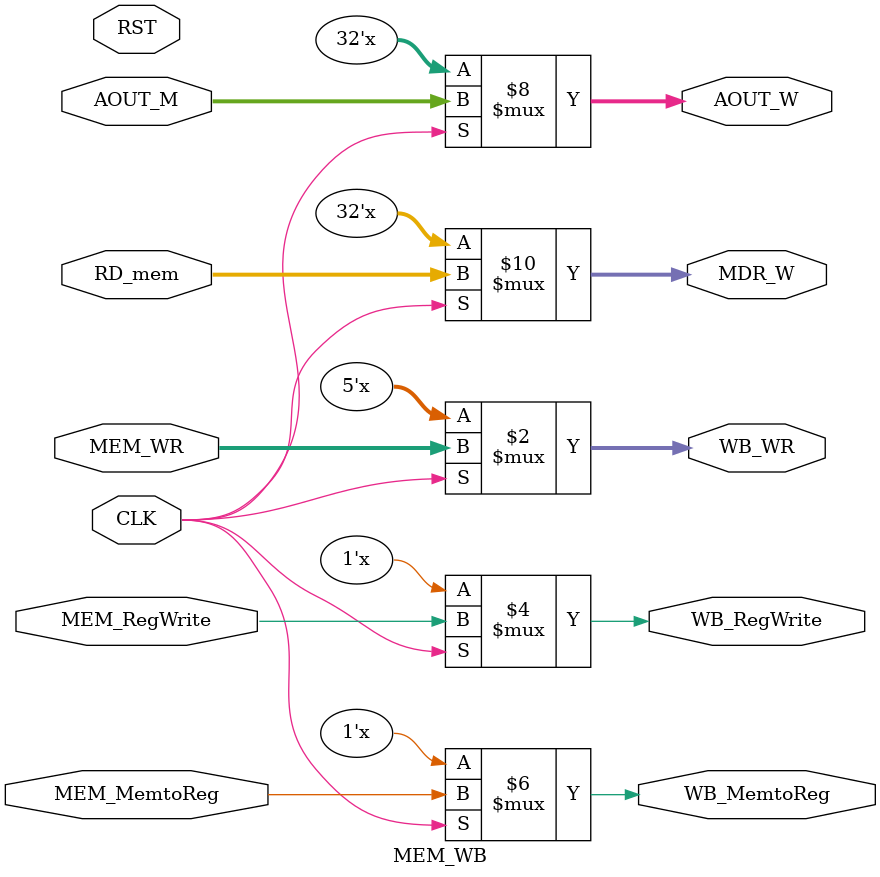
<source format=v>
module MEM_WB (RD_mem, AOUT_M, MEM_MemtoReg, MEM_RegWrite, WB_WR, 
MDR_W, AOUT_W, WB_MemtoReg, WB_RegWrite, MEM_WR, CLK, RST);
    
    input CLK;
    input RST;
    input [31:0] RD_mem;
    input [31:0] AOUT_M;
    input MEM_MemtoReg;
    input MEM_RegWrite;
    input [4:0] MEM_WR;

    output reg [31:0] MDR_W;
    output reg [31:0] AOUT_W;
    output reg WB_MemtoReg;
    output reg WB_RegWrite;
    output reg [4:0] WB_WR;


    always @(*) begin
        if(CLK) begin
        MDR_W <= RD_mem;
        AOUT_W <= AOUT_M;
        WB_MemtoReg <= MEM_MemtoReg;
        WB_RegWrite <= MEM_RegWrite;
        WB_WR <= MEM_WR;
        // $display("%2t: MEM_WB", $time);
        end
    end
endmodule
</source>
